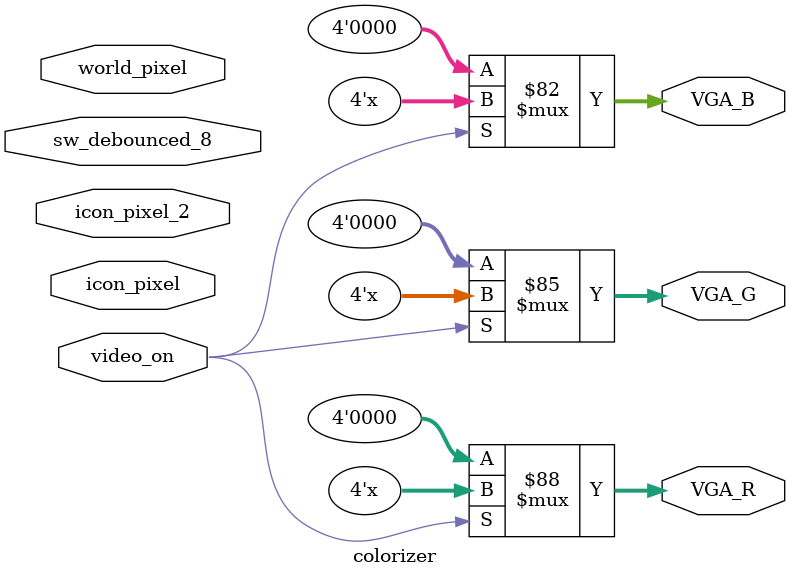
<source format=sv>
`timescale 1ns / 1ps


module colorizer(
    input [1:0] world_pixel,
    input [1:0] icon_pixel,
    input [1:0] icon_pixel_2,
    input video_on,
    input sw_debounced_8,
    
    output reg [3:0] VGA_R,
    output reg [3:0] VGA_G,
    output reg [3:0] VGA_B
    );
    
    reg [3:0] VGA_R_d;
    reg [3:0] VGA_G_d;
    reg [3:0] VGA_B_d;
    
    always_comb
    begin
        VGA_R <= VGA_R_d;
        VGA_G <= VGA_G_d;
        VGA_B <= VGA_B_d;    
    // turn off the video if out of range
        if(video_on == 0)
        begin
            VGA_R[3:0] <= 4'b0000;
            VGA_G[3:0] <= 4'b0000;
            VGA_B[3:0] <= 4'b0000;
        end
        else
        if(icon_pixel == 2'b00)
        begin
        /*
        // draw out the pixels for the world map
            case(world_pixel)
            // for the background - all white
                2'b00:
                begin
                    VGA_R_d[3:0] <= 4'b1111;
                    VGA_G_d[3:0] <= 4'b1111;
                    VGA_B_d[3:0] <= 4'b1111;
                end
                2'b01:
            // for the black  line - all black
                begin
                    VGA_R_d[3:0] <= 4'b0000;
                    VGA_G_d[3:0] <= 4'b0000;
                    VGA_B_d[3:0] <= 4'b0000;
                end
            // for the obstruction(wall) - all red
                2'b10:
                begin
                    VGA_R_d[3:0] <= 4'b1111;
                    VGA_G_d[3:0] <= 4'b0000;
                    VGA_B_d[3:0] <= 4'b0000;
                end
                2'b11:
                begin
                    VGA_R_d[3:0] <= 4'b0000;
                    VGA_G_d[3:0] <= 4'b1111;
                    VGA_B_d[3:0] <= 4'b0000;
                end 
                default:
                begin
                    VGA_R_d[3:0] <= 4'b1111;
                    VGA_G_d[3:0] <= 4'b1111;
                    VGA_B_d[3:0] <= 4'b1111;
                end
            endcase  
        */
        
        
        if(icon_pixel_2 == 2'b00)
        begin
        // draw out the pixels for the world map
            case(world_pixel)
            // for the background - all white
                2'b00:
                begin
                    VGA_R_d[3:0] <= 4'b1111;
                    VGA_G_d[3:0] <= 4'b1111;
                    VGA_B_d[3:0] <= 4'b1111;
                end
                2'b01:
            // for the black  line - all black
                begin
                    VGA_R_d[3:0] <= 4'b0000;
                    VGA_G_d[3:0] <= 4'b0000;
                    VGA_B_d[3:0] <= 4'b0000;
                end
            // for the obstruction(wall) - all red
                2'b10:
                begin
                    VGA_R_d[3:0] <= 4'b1111;
                    VGA_G_d[3:0] <= 4'b0000;
                    VGA_B_d[3:0] <= 4'b0000;
                end
                2'b11:
                begin
                    VGA_R_d[3:0] <= 4'b0000;
                    VGA_G_d[3:0] <= 4'b1111;
                    VGA_B_d[3:0] <= 4'b0000;
                end 
                default:
                begin
                    VGA_R_d[3:0] <= 4'b1111;
                    VGA_G_d[3:0] <= 4'b1111;
                    VGA_B_d[3:0] <= 4'b1111;
                end
            endcase  
        end  
        else
        begin
        if(icon_pixel_2 == 2'b11) // green rojobot
        begin
            VGA_R_d[3:0] <= 4'b0000;
            VGA_G_d[3:0] <= 4'b1111;
            VGA_B_d[3:0] <= 4'b0000;        
        end
        else
        if(icon_pixel_2 == 2'b10) // blue/purple direction
        begin
            VGA_R_d[3:0] <= 4'b0010;
            VGA_G_d[3:0] <= 4'b0000;
            VGA_B_d[3:0] <= 4'b1111;        
        end  
        

        
        end
        
        /////////////////////////////////////////////////////////////////
        
        end  
        else
        begin
        if(icon_pixel == 2'b11) // green rojobot
        begin
            VGA_R_d[3:0] <= 4'b0000;
            VGA_G_d[3:0] <= 4'b1111;
            VGA_B_d[3:0] <= 4'b0000;        
        end
        else
        if(icon_pixel == 2'b10) // blue/purple direction
        begin
            VGA_R_d[3:0] <= 4'b0010;
            VGA_G_d[3:0] <= 4'b0000;
            VGA_B_d[3:0] <= 4'b1111;        
        end  
        
        /////////////////////////////////////////////////////////////
        // for player 2:
         /*
        else
        if(icon_pixel_2 == 2'b00)
        begin
        // draw out the pixels for the world map
            case(world_pixel)
            // for the background - all white
                2'b00:
                begin
                    VGA_R_d[3:0] <= 4'b1111;
                    VGA_G_d[3:0] <= 4'b1111;
                    VGA_B_d[3:0] <= 4'b1111;
                end
                2'b01:
            // for the black  line - all black
                begin
                    VGA_R_d[3:0] <= 4'b0000;
                    VGA_G_d[3:0] <= 4'b0000;
                    VGA_B_d[3:0] <= 4'b0000;
                end
            // for the obstruction(wall) - all red
                2'b10:
                begin
                    VGA_R_d[3:0] <= 4'b1111;
                    VGA_G_d[3:0] <= 4'b0000;
                    VGA_B_d[3:0] <= 4'b0000;
                end
                2'b11:
                begin
                    VGA_R_d[3:0] <= 4'b0000;
                    VGA_G_d[3:0] <= 4'b1111;
                    VGA_B_d[3:0] <= 4'b0000;
                end 
                default:
                begin
                    VGA_R_d[3:0] <= 4'b1111;
                    VGA_G_d[3:0] <= 4'b1111;
                    VGA_B_d[3:0] <= 4'b1111;
                end
            endcase  
        end  
        else
        begin
        if(icon_pixel_2 == 2'b11) // green rojobot
        begin
            VGA_R_d[3:0] <= 4'b0000;
            VGA_G_d[3:0] <= 4'b1111;
            VGA_B_d[3:0] <= 4'b0000;        
        end
        else
        if(icon_pixel_2 == 2'b10) // blue/purple direction
        begin
            VGA_R_d[3:0] <= 4'b0010;
            VGA_G_d[3:0] <= 4'b0000;
            VGA_B_d[3:0] <= 4'b1111;        
        end  
        
        /////////////////////////////////////////////////////////////////
        
        end
        */
        
        end //end of video on      
    end
endmodule

</source>
